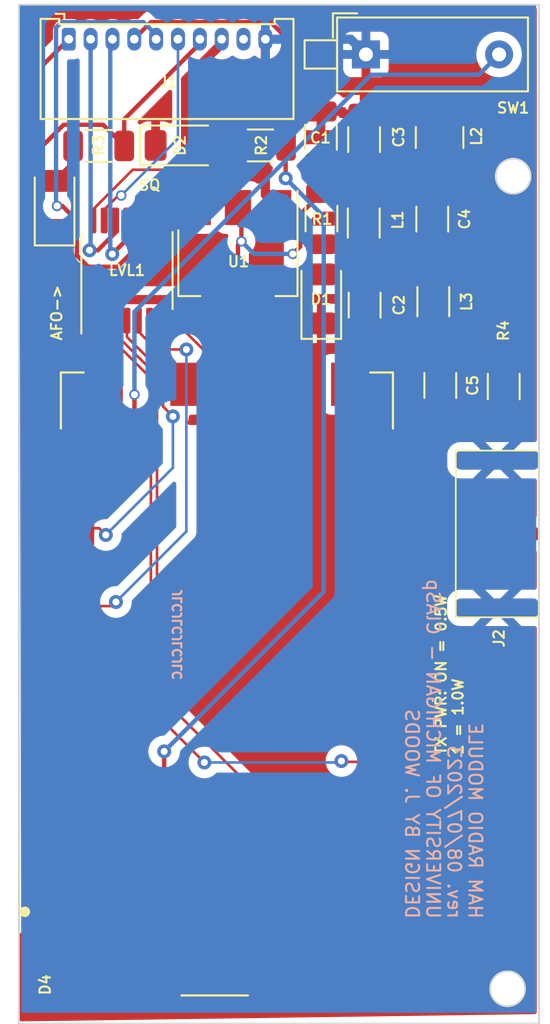
<source format=kicad_pcb>
(kicad_pcb (version 20240108) (generator "pcbnew") (generator_version "8.0")
  (layers (0 "F.Cu" signal) (31 "B.Cu" signal) (34 "B.Paste" user) (35 "F.Paste" user) (36 "B.SilkS" user "B.Silkscreen") (37 "F.SilkS" user "F.Silkscreen") (38 "B.Mask" user) (39 "F.Mask" user) (44 "Edge.Cuts" user))
  (net 0 "")
  (net 1 "+3.3V")
  (net 2 "GND")
  (net 3 "Net-(D4-ANT)")
  (net 4 "Net-(C3-Pad1)")
  (net 5 "Net-(C4-Pad1)")
  (net 6 "Net-(J2-In)")
  (net 7 "Net-(D1-A)")
  (net 8 "Net-(D2-A)")
  (net 9 "Net-(D3-A)")
  (net 10 "Net-(D4-SQ)")
  (net 11 "Net-(D4-AF_OUT)")
  (net 12 "Net-(D4-PTT)")
  (net 13 "Net-(D4-PD)")
  (net 14 "Net-(D4-H{slash}L)")
  (net 15 "Net-(D4-RXD)")
  (net 16 "Net-(D4-TXD)")
  (net 17 "Net-(D4-MIC_IN)")
  (net 18 "Net-(J1-CTS)")
  (net 19 "Net-(J1-RTS)")
  (net 20 "Net-(J1-RI)")
  (net 21 "Net-(J1-TX)")
  (net 22 "+5V")
  (footprint "Resistor_SMD:R_1206_3216Metric" (layer "F.Cu") (at 21.2625 20.55)
    (property "Reference" "R3" (at -0.0075 -0.03 90) (layer "F.SilkS") (effects (font (size 0.6 0.6) (thickness 0.12))))
    (property "Value" "Resistor")
    (fp_line (start -0.727064 -0.91) (end 0.727064 -0.91) (stroke (width 0.12)) (layer "F.SilkS"))
    (fp_line (start -0.727064 0.91) (end 0.727064 0.91) (stroke (width 0.12)) (layer "F.SilkS"))
    (pad "1" smd roundrect (at -1.4625 0) (size 1.125 1.75) (layers "F.Cu" "F.Paste" "F.Mask") (roundrect_rratio 0.2222222222) (net 9 "Net-(D3-A)"))
    (pad "2" smd roundrect (at 1.4625 0) (size 1.125 1.75) (layers "F.Cu" "F.Paste" "F.Mask") (roundrect_rratio 0.2222222222) (net 11 "Net-(D4-AF_OUT)"))
  )
  (footprint "Resistor_SMD:R_1206_3216Metric" (layer "F.Cu") (at 44.44 34.3 90)
    (property "Reference" "R4" (at 3.19 -0.02 90) (layer "F.SilkS") (effects (font (size 0.6 0.6) (thickness 0.12))))
    (property "Value" "50 ohm")
    (fp_line (start -0.727064 -0.91) (end 0.727064 -0.91) (stroke (width 0.12)) (layer "F.SilkS"))
    (fp_line (start -0.727064 0.91) (end 0.727064 0.91) (stroke (width 0.12)) (layer "F.SilkS"))
    (pad "1" smd roundrect (at -1.4625 0 90) (size 1.125 1.75) (layers "F.Cu" "F.Paste" "F.Mask") (roundrect_rratio 0.2222222222) (net 6 "Net-(J2-In)"))
    (pad "2" smd roundrect (at 1.4625 0 90) (size 1.125 1.75) (layers "F.Cu" "F.Paste" "F.Mask") (roundrect_rratio 0.2222222222) (net 2 "GND"))
  )
  (footprint "Resistor_SMD:R_1206_3216Metric" (layer "F.Cu") (at 34.01 24.7025 90)
    (property "Reference" "R1" (at -0.03 0.03 180) (layer "F.SilkS") (effects (font (size 0.6 0.6) (thickness 0.12))))
    (property "Value" "Resistor")
    (fp_line (start -0.727064 -0.91) (end 0.727064 -0.91) (stroke (width 0.12)) (layer "F.SilkS"))
    (fp_line (start -0.727064 0.91) (end 0.727064 0.91) (stroke (width 0.12)) (layer "F.SilkS"))
    (pad "1" smd roundrect (at -1.4625 0 90) (size 1.125 1.75) (layers "F.Cu" "F.Paste" "F.Mask") (roundrect_rratio 0.2222222222) (net 7 "Net-(D1-A)"))
    (pad "2" smd roundrect (at 1.4625 0 90) (size 1.125 1.75) (layers "F.Cu" "F.Paste" "F.Mask") (roundrect_rratio 0.2222222222) (net 1 "+3.3V"))
  )
  (footprint "Inductor_SMD:L_1210_3225Metric" (layer "F.Cu") (at 40.77 20.07 -90)
    (property "Reference" "L2" (at -0.07 -2.11 90) (layer "F.SilkS") (effects (font (size 0.6 0.6) (thickness 0.12))))
    (property "Value" "68 nH")
    (fp_line (start -0.602064 1.36) (end 0.602064 1.36) (stroke (width 0.12)) (layer "F.SilkS"))
    (fp_line (start -0.602064 -1.36) (end 0.602064 -1.36) (stroke (width 0.12)) (layer "F.SilkS"))
    (pad "1" smd roundrect (at -1.4 0 270) (size 1.25 2.65) (layers "F.Cu" "F.Paste" "F.Mask") (roundrect_rratio 0.2) (net 4 "Net-(C3-Pad1)"))
    (pad "2" smd roundrect (at 1.4 0 270) (size 1.25 2.65) (layers "F.Cu" "F.Paste" "F.Mask") (roundrect_rratio 0.2) (net 5 "Net-(C4-Pad1)"))
  )
  (footprint "Tracker Custom Library:DORJI_DRA818V" (layer "F.Cu") (at 28.6 51.295 90)
    (property "Reference" "D4" (at -17.185 -10.4 90) (layer "F.SilkS") (effects (font (size 0.6 0.6) (thickness 0.12))))
    (property "Value" "~")
    (fp_line (start 17.8 -9.5) (end 17.8 -8.2) (stroke (width 0.127)) (layer "F.SilkS"))
    (fp_line (start 14.6 -9.5) (end 17.8 -9.5) (stroke (width 0.127)) (layer "F.SilkS"))
    (fp_line (start -17.8 -2.6) (end -17.8 1.2) (stroke (width 0.127)) (layer "F.SilkS"))
    (fp_line (start 17.8 8.2) (end 17.8 9.5) (stroke (width 0.127)) (layer "F.SilkS"))
    (fp_line (start 17.8 9.5) (end 14.6 9.5) (stroke (width 0.127)) (layer "F.SilkS"))
    (fp_circle (center -13.02 -11.56) (end -12.87 -11.56) (stroke (width 0.3)) (fill none) (layer "F.SilkS"))
    (pad "1" smd rect (at -13.35 -8.825 180) (size 2.47 1.88) (layers "F.Cu" "F.Paste" "F.Mask") (net 10 "Net-(D4-SQ)"))
    (pad "2" smd rect (at -8.9 -8.825 180) (size 2.47 1.88) (layers "F.Cu" "F.Paste" "F.Mask"))
    (pad "3" smd rect (at -4.45 -8.825 180) (size 2.47 1.88) (layers "F.Cu" "F.Paste" "F.Mask") (net 11 "Net-(D4-AF_OUT)"))
    (pad "4" smd rect (at 0 -8.825 180) (size 2.47 1.88) (layers "F.Cu" "F.Paste" "F.Mask"))
    (pad "5" smd rect (at 4.45 -8.825 180) (size 2.47 1.88) (layers "F.Cu" "F.Paste" "F.Mask") (net 12 "Net-(D4-PTT)"))
    (pad "6" smd rect (at 8.9 -8.825 180) (size 2.47 1.88) (layers "F.Cu" "F.Paste" "F.Mask") (net 13 "Net-(D4-PD)"))
    (pad "7" smd rect (at 13.35 -8.825 180) (size 2.47 1.88) (layers "F.Cu" "F.Paste" "F.Mask") (net 14 "Net-(D4-H{slash}L)"))
    (pad "8" smd rect (at 17.125 -6.9 90) (size 2.47 1.88) (layers "F.Cu" "F.Paste" "F.Mask") (net 1 "+3.3V"))
    (pad "9" smd rect (at 17.125 -2.3 90) (size 2.47 1.88) (layers "F.Cu" "F.Paste" "F.Mask") (net 2 "GND"))
    (pad "10" smd rect (at 17.125 2.3 90) (size 2.47 1.88) (layers "F.Cu" "F.Paste" "F.Mask") (net 2 "GND"))
    (pad "11" smd rect (at 17.125 6.9 90) (size 2.47 1.88) (layers "F.Cu" "F.Paste" "F.Mask"))
    (pad "12" smd rect (at 13.35 8.825) (size 2.47 1.88) (layers "F.Cu" "F.Paste" "F.Mask") (net 3 "Net-(D4-ANT)"))
    (pad "13" smd rect (at 8.9 8.825) (size 2.47 1.88) (layers "F.Cu" "F.Paste" "F.Mask"))
    (pad "14" smd rect (at 4.45 8.825 180) (size 2.47 1.88) (layers "F.Cu" "F.Paste" "F.Mask"))
    (pad "15" smd rect (at 0 8.825 180) (size 2.47 1.88) (layers "F.Cu" "F.Paste" "F.Mask"))
    (pad "16" smd rect (at -4.45 8.825 180) (size 2.47 1.88) (layers "F.Cu" "F.Paste" "F.Mask") (net 15 "Net-(D4-RXD)"))
    (pad "17" smd rect (at -8.9 8.825 180) (size 2.47 1.88) (layers "F.Cu" "F.Paste" "F.Mask") (net 16 "Net-(D4-TXD)"))
    (pad "18" smd rect (at -13.35 8.825 180) (size 2.47 1.88) (layers "F.Cu" "F.Paste" "F.Mask") (net 17 "Net-(D4-MIC_IN)"))
    (pad "P2" smd rect (at -17.125 -6.2 180) (size 6.6 1.8) (layers "F.Cu" "F.Paste" "F.Mask"))
    (pad "P3" smd rect (at -17.125 5.5 180) (size 8 1.8) (layers "F.Cu" "F.Paste" "F.Mask"))
    (zone (net 0) (net_name "") (layer "F.Cu") (connect_pads (clearance 0)) (min_thickness 0.01)
      (keepout (tracks not_allowed) (vias not_allowed) (pads not_allowed) (copperpour not_allowed) (footprints allowed))
      (fill (thermal_gap 0.508) (thermal_bridge_width 0.508))
      (polygon (pts (xy 24.85 44.48475) (xy 24.85 36.495) (xy 31.10377 36.495) (xy 31.10377 44.48475)))
    )
  )
  (footprint "LED_SMD:LED_1206_3216Metric" (layer "F.Cu") (at 25.92 20.52)
    (property "Reference" "D2" (at 0 0 90) (layer "F.SilkS") (effects (font (size 0.6 0.6) (thickness 0.12))))
    (property "Value" "SQUELCH")
    (fp_line (start -2.285 -1.135) (end -2.285 1.135) (stroke (width 0.12)) (layer "F.SilkS"))
    (fp_line (start -2.285 1.135) (end 1.6 1.135) (stroke (width 0.12)) (layer "F.SilkS"))
    (fp_line (start 1.6 -1.135) (end -2.285 -1.135) (stroke (width 0.12)) (layer "F.SilkS"))
    (pad "1" smd roundrect (at -1.4 0) (size 1.25 1.75) (layers "F.Cu" "F.Paste" "F.Mask") (roundrect_rratio 0.2) (net 2 "GND"))
    (pad "2" smd roundrect (at 1.4 0) (size 1.25 1.75) (layers "F.Cu" "F.Paste" "F.Mask") (roundrect_rratio 0.2) (net 8 "Net-(D2-A)"))
  )
  (footprint "LED_SMD:LED_1206_3216Metric" (layer "F.Cu") (at 34 29.29 90)
    (property "Reference" "D1" (at -0.02 -0.02 180) (layer "F.SilkS") (effects (font (size 0.6 0.6) (thickness 0.12) (bold yes))))
    (property "Value" "3.3V LDO")
    (fp_line (start 1.6 -1.135) (end -2.285 -1.135) (stroke (width 0.12)) (layer "F.SilkS"))
    (fp_line (start -2.285 -1.135) (end -2.285 1.135) (stroke (width 0.12)) (layer "F.SilkS"))
    (fp_line (start -2.285 1.135) (end 1.6 1.135) (stroke (width 0.12)) (layer "F.SilkS"))
    (pad "1" smd roundrect (at -1.4 0 90) (size 1.25 1.75) (layers "F.Cu" "F.Paste" "F.Mask") (roundrect_rratio 0.2) (net 2 "GND"))
    (pad "2" smd roundrect (at 1.4 0 90) (size 1.25 1.75) (layers "F.Cu" "F.Paste" "F.Mask") (roundrect_rratio 0.2) (net 7 "Net-(D1-A)"))
  )
  (footprint "Inductor_SMD:L_1206_3216Metric" (layer "F.Cu") (at 40.41 29.45 -90)
    (property "Reference" "L3" (at 0 -1.9 90) (layer "F.SilkS") (effects (font (size 0.6 0.6) (thickness 0.12))))
    (property "Value" "56 nH")
    (fp_line (start -0.835242 0.91) (end 0.835242 0.91) (stroke (width 0.12)) (layer "F.SilkS"))
    (fp_line (start -0.835242 -0.91) (end 0.835242 -0.91) (stroke (width 0.12)) (layer "F.SilkS"))
    (pad "1" smd roundrect (at -1.575 0 270) (size 1.05 1.9) (layers "F.Cu" "F.Paste" "F.Mask") (roundrect_rratio 0.2380952381) (net 5 "Net-(C4-Pad1)"))
    (pad "2" smd roundrect (at 1.575 0 270) (size 1.05 1.9) (layers "F.Cu" "F.Paste" "F.Mask") (roundrect_rratio 0.2380952381) (net 6 "Net-(J2-In)"))
  )
  (footprint "LED_SMD:LED_1206_3216Metric" (layer "F.Cu") (at 18.74 23.95 90)
    (property "Reference" "D3" (hide yes))
    (property "Value" "AF_OUT")
    (fp_line (start 1.6 -1.135) (end -2.285 -1.135) (stroke (width 0.12)) (layer "F.SilkS"))
    (fp_line (start -2.285 -1.135) (end -2.285 1.135) (stroke (width 0.12)) (layer "F.SilkS"))
    (fp_line (start -2.285 1.135) (end 1.6 1.135) (stroke (width 0.12)) (layer "F.SilkS"))
    (pad "1" smd roundrect (at -1.4 0 90) (size 1.25 1.75) (layers "F.Cu" "F.Paste" "F.Mask") (roundrect_rratio 0.2) (net 2 "GND"))
    (pad "2" smd roundrect (at 1.4 0 90) (size 1.25 1.75) (layers "F.Cu" "F.Paste" "F.Mask") (roundrect_rratio 0.2) (net 9 "Net-(D3-A)"))
  )
  (footprint "Inductor_SMD:L_1206_3216Metric" (layer "F.Cu") (at 36.43 24.955 90)
    (property "Reference" "L1" (at 0.17 1.945 90) (layer "F.SilkS") (effects (font (size 0.6 0.6) (thickness 0.12))))
    (property "Value" "56 nH")
    (fp_line (start -0.835242 -0.91) (end 0.835242 -0.91) (stroke (width 0.12)) (layer "F.SilkS"))
    (fp_line (start -0.835242 0.91) (end 0.835242 0.91) (stroke (width 0.12)) (layer "F.SilkS"))
    (pad "1" smd roundrect (at -1.575 0 90) (size 1.05 1.9) (layers "F.Cu" "F.Paste" "F.Mask") (roundrect_rratio 0.2380952381) (net 3 "Net-(D4-ANT)"))
    (pad "2" smd roundrect (at 1.575 0 90) (size 1.05 1.9) (layers "F.Cu" "F.Paste" "F.Mask") (roundrect_rratio 0.2380952381) (net 4 "Net-(C3-Pad1)"))
  )
  (footprint "Capacitor_SMD:C_1206_3216Metric" (layer "F.Cu") (at 40.81 34.24 -90)
    (property "Reference" "C5" (at 0 -1.85 90) (layer "F.SilkS") (effects (font (size 0.6 0.6) (thickness 0.12))))
    (property "Value" "20 pF")
    (fp_line (start -0.711252 0.91) (end 0.711252 0.91) (stroke (width 0.12)) (layer "F.SilkS"))
    (fp_line (start -0.711252 -0.91) (end 0.711252 -0.91) (stroke (width 0.12)) (layer "F.SilkS"))
    (pad "1" smd roundrect (at -1.475 0 270) (size 1.15 1.8) (layers "F.Cu" "F.Paste" "F.Mask") (roundrect_rratio 0.2173913043) (net 6 "Net-(J2-In)"))
    (pad "2" smd roundrect (at 1.475 0 270) (size 1.15 1.8) (layers "F.Cu" "F.Paste" "F.Mask") (roundrect_rratio 0.2173913043) (net 2 "GND"))
  )
  (footprint "Button_Switch_THT:SW_DIP_SPSTx01_Piano_10.8x4.1mm_W7.62mm_P2.54mm" (layer "F.Cu") (at 36.555 15.32)
    (property "Reference" "SW1" (at 8.425 3.06 0) (layer "F.SilkS") (effects (font (size 0.6 0.6) (thickness 0.12))))
    (property "Value" "SW_DIP_x01")
    (fp_line (start -3.51 -0.81) (end -3.51 0.81) (stroke (width 0.12)) (layer "F.SilkS"))
    (fp_line (start -3.51 -0.81) (end -1.65 -0.81) (stroke (width 0.12)) (layer "F.SilkS"))
    (fp_line (start -3.51 0.81) (end -1.65 0.81) (stroke (width 0.12)) (layer "F.SilkS"))
    (fp_line (start -1.89 -2.35) (end -1.89 -0.967) (stroke (width 0.12)) (layer "F.SilkS"))
    (fp_line (start -1.89 -2.35) (end -0.507 -2.35) (stroke (width 0.12)) (layer "F.SilkS"))
    (fp_line (start -1.65 -2.11) (end -1.65 2.11) (stroke (width 0.12)) (layer "F.SilkS"))
    (fp_line (start -1.65 -2.11) (end 9.27 -2.11) (stroke (width 0.12)) (layer "F.SilkS"))
    (fp_line (start -1.65 -0.81) (end -1.65 0.81) (stroke (width 0.12)) (layer "F.SilkS"))
    (fp_line (start -1.65 2.11) (end 9.27 2.11) (stroke (width 0.12)) (layer "F.SilkS"))
    (fp_line (start 9.27 -2.11) (end 9.27 2.11) (stroke (width 0.12)) (layer "F.SilkS"))
    (pad "1" thru_hole rect (at 0 0) (size 1.6 1.6) (drill 0.8) (layers "*.Cu" "*.Mask") (net 2 "GND"))
    (pad "2" thru_hole oval (at 7.62 0) (size 1.6 1.6) (drill 0.8) (layers "*.Cu" "*.Mask") (net 14 "Net-(D4-H{slash}L)"))
  )
  (footprint "Capacitor_SMD:C_1206_3216Metric" (layer "F.Cu") (at 40.35 24.73 -90)
    (property "Reference" "C4" (at 0 -1.85 90) (layer "F.SilkS") (effects (font (size 0.6 0.6) (thickness 0.12))))
    (property "Value" "36 pF")
    (fp_line (start -0.711252 0.91) (end 0.711252 0.91) (stroke (width 0.12)) (layer "F.SilkS"))
    (fp_line (start -0.711252 -0.91) (end 0.711252 -0.91) (stroke (width 0.12)) (layer "F.SilkS"))
    (pad "1" smd roundrect (at -1.475 0 270) (size 1.15 1.8) (layers "F.Cu" "F.Paste" "F.Mask") (roundrect_rratio 0.2173913043) (net 5 "Net-(C4-Pad1)"))
    (pad "2" smd roundrect (at 1.475 0 270) (size 1.15 1.8) (layers "F.Cu" "F.Paste" "F.Mask") (roundrect_rratio 0.2173913043) (net 2 "GND"))
  )
  (footprint "Package_TO_SOT_SMD:SOT-223-3_TabPin2" (layer "F.Cu") (at 29.23 27.22 -90)
    (property "Reference" "U1" (at -0.06 -0.03 180) (layer "F.SilkS") (effects (font (size 0.6 0.6) (thickness 0.12))))
    (property "Value" "LD1117S33TR_SOT223")
    (fp_line (start -1.85 3.41) (end 1.91 3.41) (stroke (width 0.12)) (layer "F.SilkS"))
    (fp_line (start 1.91 3.41) (end 1.91 2.15) (stroke (width 0.12)) (layer "F.SilkS"))
    (fp_line (start -4.1 -3.41) (end 1.91 -3.41) (stroke (width 0.12)) (layer "F.SilkS"))
    (fp_line (start 1.91 -3.41) (end 1.91 -2.15) (stroke (width 0.12)) (layer "F.SilkS"))
    (pad "1" smd rect (at -3.15 -2.3 270) (size 2 1.5) (layers "F.Cu" "F.Paste" "F.Mask") (net 2 "GND"))
    (pad "2" smd rect (at -3.15 0 270) (size 2 1.5) (layers "F.Cu" "F.Paste" "F.Mask") (net 1 "+3.3V"))
    (pad "2" smd rect (at 3.15 0 270) (size 2 3.8) (layers "F.Cu" "F.Paste" "F.Mask") (net 1 "+3.3V"))
    (pad "3" smd rect (at -3.15 2.3 270) (size 2 1.5) (layers "F.Cu" "F.Paste" "F.Mask") (net 22 "+5V"))
  )
  (footprint "Package_SO:TSSOP-14_4.4x5mm_P0.65mm" (layer "F.Cu") (at 22.88 27.67 90)
    (property "Reference" "LVL1" (at 0.01 0 180) (layer "F.SilkS") (effects (font (size 0.6 0.6) (thickness 0.12))))
    (property "Value" "TXU0104BQAR")
    (fp_line (start 0 -2.61) (end 2.2 -2.61) (stroke (width 0.12)) (layer "F.SilkS"))
    (fp_line (start 0 -2.61) (end -3.6 -2.61) (stroke (width 0.12)) (layer "F.SilkS"))
    (fp_line (start 0 2.61) (end 2.2 2.61) (stroke (width 0.12)) (layer "F.SilkS"))
    (fp_line (start 0 2.61) (end -2.2 2.61) (stroke (width 0.12)) (layer "F.SilkS"))
    (pad "1" smd roundrect (at -2.8625 -1.95 90) (size 1.475 0.4) (layers "F.Cu" "F.Paste" "F.Mask") (net 1 "+3.3V"))
    (pad "2" smd roundrect (at -2.8625 -1.3 90) (size 1.475 0.4) (layers "F.Cu" "F.Paste" "F.Mask") (net 15 "Net-(D4-RXD)"))
    (pad "3" smd roundrect (at -2.8625 -0.65 90) (size 1.475 0.4) (layers "F.Cu" "F.Paste" "F.Mask") (net 17 "Net-(D4-MIC_IN)"))
    (pad "4" smd roundrect (at -2.8625 0 90) (size 1.475 0.4) (layers "F.Cu" "F.Paste" "F.Mask") (net 13 "Net-(D4-PD)"))
    (pad "5" smd roundrect (at -2.8625 0.65 90) (size 1.475 0.4) (layers "F.Cu" "F.Paste" "F.Mask") (net 12 "Net-(D4-PTT)"))
    (pad "6" smd roundrect (at -2.8625 1.3 90) (size 1.475 0.4) (layers "F.Cu" "F.Paste" "F.Mask"))
    (pad "7" smd roundrect (at -2.8625 1.95 90) (size 1.475 0.4) (layers "F.Cu" "F.Paste" "F.Mask") (net 2 "GND"))
    (pad "8" smd roundrect (at 2.8625 1.95 90) (size 1.475 0.4) (layers "F.Cu" "F.Paste" "F.Mask") (net 22 "+5V"))
    (pad "9" smd roundrect (at 2.8625 1.3 90) (size 1.475 0.4) (layers "F.Cu" "F.Paste" "F.Mask"))
    (pad "10" smd roundrect (at 2.8625 0.65 90) (size 1.475 0.4) (layers "F.Cu" "F.Paste" "F.Mask") (net 20 "Net-(J1-RI)"))
    (pad "11" smd roundrect (at 2.8625 0 90) (size 1.475 0.4) (layers "F.Cu" "F.Paste" "F.Mask") (net 19 "Net-(J1-RTS)"))
    (pad "12" smd roundrect (at 2.8625 -0.65 90) (size 1.475 0.4) (layers "F.Cu" "F.Paste" "F.Mask") (net 18 "Net-(J1-CTS)"))
    (pad "13" smd roundrect (at 2.8625 -1.3 90) (size 1.475 0.4) (layers "F.Cu" "F.Paste" "F.Mask") (net 21 "Net-(J1-TX)"))
    (pad "14" smd roundrect (at 2.8625 -1.95 90) (size 1.475 0.4) (layers "F.Cu" "F.Paste" "F.Mask") (net 22 "+5V"))
  )
  (footprint "Tracker Custom Library:Molex SMA Edge Mount" (layer "F.Cu") (at 41.695 37.96 90)
    (property "Reference" "J2" (at -10.73 2.475 90) (layer "F.SilkS") (effects (font (size 0.6 0.6) (thickness 0.12))))
    (property "Value" "Conn_Coaxial")
    (fp_rect (start 0 0) (end -9.525 4.75) (stroke (width 0.1)) (fill none) (layer "F.SilkS"))
    (pad "1" smd roundrect (at -4.7625 2.3625 180) (size 4.725 0.825) (layers "F.Cu" "F.Paste" "F.Mask") (net 6 "Net-(J2-In)"))
    (pad "2" smd roundrect (at -8.9875 2.3625 180) (size 4.725 1.075) (layers "F.Cu" "F.Paste" "F.Mask") (net 2 "GND"))
    (pad "2" smd roundrect (at -8.9875 2.3625 180) (size 4.725 1.075) (layers "B.Cu" "F.Paste" "F.Mask") (net 2 "GND"))
    (pad "2" smd roundrect (at -0.55 2.375 180) (size 4.725 1.075) (layers "F.Cu" "F.Paste" "F.Mask") (net 2 "GND"))
    (pad "2" smd roundrect (at -0.55 2.375 180) (size 4.725 1.075) (layers "B.Cu" "F.Paste" "F.Mask") (net 2 "GND"))
  )
  (footprint "Capacitor_SMD:C_1206_3216Metric" (layer "F.Cu") (at 36.48 29.645 90)
    (property "Reference" "C2" (at 0 1.97 90) (layer "F.SilkS") (effects (font (size 0.6 0.6) (thickness 0.12))))
    (property "Value" "20 pF")
    (fp_line (start -0.711252 -0.91) (end 0.711252 -0.91) (stroke (width 0.12)) (layer "F.SilkS"))
    (fp_line (start -0.711252 0.91) (end 0.711252 0.91) (stroke (width 0.12)) (layer "F.SilkS"))
    (pad "1" smd roundrect (at -1.475 0 90) (size 1.15 1.8) (layers "F.Cu" "F.Paste" "F.Mask") (roundrect_rratio 0.2173913043) (net 3 "Net-(D4-ANT)"))
    (pad "2" smd roundrect (at 1.475 0 90) (size 1.15 1.8) (layers "F.Cu" "F.Paste" "F.Mask") (roundrect_rratio 0.2173913043) (net 2 "GND"))
  )
  (footprint "Connector_Molex:Molex_PicoBlade_53048-1010_1x10_P1.25mm_Horizontal" (layer "F.Cu") (at 19.55 14.45)
    (property "Reference" "J1" (at 5.7 2.44 0) (layer "F.SilkS") (effects (font (size 0.6 0.6) (thickness 0.12))))
    (property "Value" "10 Pin PicoBlade MOLEX")
    (fp_line (start -1.61 -1.16) (end -1.61 4.56) (stroke (width 0.12)) (layer "F.SilkS"))
    (fp_line (start -1.61 4.56) (end 5.625 4.56) (stroke (width 0.12)) (layer "F.SilkS"))
    (fp_line (start -0.54 -1.16) (end -1.61 -1.16) (stroke (width 0.12)) (layer "F.SilkS"))
    (fp_line (start -0.54 -0.86) (end -0.54 -1.16) (stroke (width 0.12)) (layer "F.SilkS"))
    (fp_line (start -0.25 -1.45) (end -0.75 -1.45) (stroke (width 0.12)) (layer "F.SilkS"))
    (fp_line (start -0.25 -1.15) (end -0.25 -1.45) (stroke (width 0.12)) (layer "F.SilkS"))
    (fp_line (start 5.625 -0.86) (end -0.54 -0.86) (stroke (width 0.12)) (layer "F.SilkS"))
    (fp_line (start 5.625 -0.86) (end 11.79 -0.86) (stroke (width 0.12)) (layer "F.SilkS"))
    (fp_line (start 11.79 -1.16) (end 12.86 -1.16) (stroke (width 0.12)) (layer "F.SilkS"))
    (fp_line (start 11.79 -0.86) (end 11.79 -1.16) (stroke (width 0.12)) (layer "F.SilkS"))
    (fp_line (start 12.86 -1.16) (end 12.86 4.56) (stroke (width 0.12)) (layer "F.SilkS"))
    (fp_line (start 12.86 4.56) (end 5.625 4.56) (stroke (width 0.12)) (layer "F.SilkS"))
    (pad "1" thru_hole roundrect (at 0 0) (size 0.8 1.3) (drill 0.5) (layers "*.Cu" "*.Mask") (net 16 "Net-(D4-TXD)"))
    (pad "2" thru_hole oval (at 1.25 0) (size 0.8 1.3) (drill 0.5) (layers "*.Cu" "*.Mask") (net 18 "Net-(J1-CTS)"))
    (pad "3" thru_hole oval (at 2.5 0) (size 0.8 1.3) (drill 0.5) (layers "*.Cu" "*.Mask") (net 19 "Net-(J1-RTS)"))
    (pad "4" thru_hole oval (at 3.75 0) (size 0.8 1.3) (drill 0.5) (layers "*.Cu" "*.Mask") (net 10 "Net-(D4-SQ)"))
    (pad "5" thru_hole oval (at 5 0) (size 0.8 1.3) (drill 0.5) (layers "*.Cu" "*.Mask") (net 20 "Net-(J1-RI)"))
    (pad "6" thru_hole oval (at 6.25 0) (size 0.8 1.3) (drill 0.5) (layers "*.Cu" "*.Mask") (net 21 "Net-(J1-TX)"))
    (pad "7" thru_hole oval (at 7.5 0) (size 0.8 1.3) (drill 0.5) (layers "*.Cu" "*.Mask") (net 11 "Net-(D4-AF_OUT)"))
    (pad "8" thru_hole oval (at 8.75 0) (size 0.8 1.3) (drill 0.5) (layers "*.Cu" "*.Mask") (net 22 "+5V"))
    (pad "9" thru_hole oval (at 10 0) (size 0.8 1.3) (drill 0.5) (layers "*.Cu" "*.Mask"))
    (pad "10" thru_hole oval (at 11.25 0) (size 0.8 1.3) (drill 0.5) (layers "*.Cu" "*.Mask") (net 2 "GND"))
  )
  (footprint "Capacitor_SMD:C_1206_3216Metric" (layer "F.Cu") (at 33.98 20.055 90)
    (property "Reference" "C1" (at -0.03 -0.03 180) (layer "F.SilkS") (effects (font (size 0.6 0.6) (thickness 0.12))))
    (property "Value" "Capacitor")
    (fp_line (start -0.711252 -0.91) (end 0.711252 -0.91) (stroke (width 0.12)) (layer "F.SilkS"))
    (fp_line (start -0.711252 0.91) (end 0.711252 0.91) (stroke (width 0.12)) (layer "F.SilkS"))
    (pad "1" smd roundrect (at -1.475 0 90) (size 1.15 1.8) (layers "F.Cu" "F.Paste" "F.Mask") (roundrect_rratio 0.2173913043) (net 1 "+3.3V"))
    (pad "2" smd roundrect (at 1.475 0 90) (size 1.15 1.8) (layers "F.Cu" "F.Paste" "F.Mask") (roundrect_rratio 0.2173913043) (net 2 "GND"))
  )
  (footprint "Resistor_SMD:R_1206_3216Metric" (layer "F.Cu") (at 30.52 20.52)
    (property "Reference" "R2" (at 0.05 0 90) (layer "F.SilkS") (effects (font (size 0.6 0.6) (thickness 0.12))))
    (property "Value" "Resistor")
    (fp_line (start -0.727064 -0.91) (end 0.727064 -0.91) (stroke (width 0.12)) (layer "F.SilkS"))
    (fp_line (start -0.727064 0.91) (end 0.727064 0.91) (stroke (width 0.12)) (layer "F.SilkS"))
    (pad "1" smd roundrect (at -1.4625 0) (size 1.125 1.75) (layers "F.Cu" "F.Paste" "F.Mask") (roundrect_rratio 0.2222222222) (net 8 "Net-(D2-A)"))
    (pad "2" smd roundrect (at 1.4625 0) (size 1.125 1.75) (layers "F.Cu" "F.Paste" "F.Mask") (roundrect_rratio 0.2222222222) (net 10 "Net-(D4-SQ)"))
  )
  (footprint "Capacitor_SMD:C_1206_3216Metric" (layer "F.Cu") (at 36.45 20.185 90)
    (property "Reference" "C3" (at 0.14 1.98 90) (layer "F.SilkS") (effects (font (size 0.6 0.6) (thickness 0.12))))
    (property "Value" "36 pF")
    (fp_line (start -0.711252 -0.91) (end 0.711252 -0.91) (stroke (width 0.12)) (layer "F.SilkS"))
    (fp_line (start -0.711252 0.91) (end 0.711252 0.91) (stroke (width 0.12)) (layer "F.SilkS"))
    (pad "1" smd roundrect (at -1.475 0 90) (size 1.15 1.8) (layers "F.Cu" "F.Paste" "F.Mask") (roundrect_rratio 0.2173913043) (net 4 "Net-(C3-Pad1)"))
    (pad "2" smd roundrect (at 1.475 0 90) (size 1.15 1.8) (layers "F.Cu" "F.Paste" "F.Mask") (roundrect_rratio 0.2173913043) (net 2 "GND"))
  )
  (gr_circle (center 44.98 22.28) (end 44.98 23.28) (stroke (width 0.1)) (fill none) (layer "Edge.Cuts"))
  (gr_circle (center 44.66 68.71) (end 44.66 69.71) (stroke (width 0.1)) (fill none) (layer "Edge.Cuts"))
  (gr_rect (start 16.7 12.48) (end 46.46 70.7) (stroke (width 0.1)) (fill none) (layer "Edge.Cuts"))
  (gr_text "JLCJLCJLCJLC" (at 26.06 45.82 90) (layer "B.SilkS") (effects (font (size 0.5 0.5) (thickness 0.125) (bold yes)) (justify left bottom mirror)))
  (gr_text "HAM RADIO MODULE\nrev. 08/07/2023\nUNIVERSITY OF MICHIGAN - ClASp\nDESIGN BY J. WOODS" (at 38.75 64.78 270) (layer "B.SilkS") (effects (font (size 0.75 0.75) (thickness 0.12)) (justify left bottom mirror)))
  (gr_text "TX PWR: ON = 0.5W \n1 = 1.0W" (at 42.17 55.41 90) (layer "F.SilkS") (effects (font (size 0.6 0.6) (thickness 0.12) (bold yes)) (justify left bottom)))
  (gr_text "AFO->" (at 19.21 31.73 90) (layer "F.SilkS") (effects (font (size 0.6 0.6) (thickness 0.12) (bold yes)) (justify left bottom)))
  (gr_text "SQ" (at 23.5 23.14 0) (layer "F.SilkS") (effects (font (size 0.6 0.6) (thickness 0.12)) (justify left bottom)))
  (segment (start 20.93 30.5325) (end 20.93 29.649506) (width 0.151) (layer "F.Cu") (net 1))
  (segment (start 34.01 23.24) (end 32.8 24.45) (width 0.25) (layer "F.Cu") (net 1))
  (segment (start 29.43 26) (end 29.23 26.2) (width 0.25) (layer "F.Cu") (net 1))
  (segment (start 20.93 29.649506) (end 20.934753 29.644753) (width 0.151) (layer "F.Cu") (net 1))
  (segment (start 32.8 24.45) (end 32.8 26.29) (width 0.25) (layer "F.Cu") (net 1))
  (segment (start 32.8 26.29) (end 32.37 26.72) (width 0.25) (layer "F.Cu") (net 1))
  (segment (start 29.23 26.2) (end 29.23 30.37) (width 0.25) (layer "F.Cu") (net 1))
  (segment (start 29.43 26) (end 29.43 24.27) (width 0.25) (layer "F.Cu") (net 1))
  (segment (start 20.934753 29.644753) (end 20.43 30.149505) (width 0.525) (layer "F.Cu") (net 1))
  (segment (start 20.43 32.9) (end 21.7 34.17) (width 0.525) (layer "F.Cu") (net 1))
  (segment (start 33.98 21.53) (end 33.98 23.21) (width 0.25) (layer "F.Cu") (net 1))
  (segment (start 20.43 30.149505) (end 20.43 32.9) (width 0.525) (layer "F.Cu") (net 1))
  (segment (start 29.23 30.37) (end 28.1925 29.3325) (width 0.525) (layer "F.Cu") (net 1))
  (segment (start 29.43 24.27) (end 29.23 24.07) (width 0.25) (layer "F.Cu") (net 1))
  (segment (start 28.1925 29.3325) (end 21.247005 29.3325) (width 0.525) (layer "F.Cu") (net 1))
  (segment (start 21.247005 29.3325) (end 20.934753 29.644753) (width 0.525) (layer "F.Cu") (net 1))
  (segment (start 33.98 23.21) (end 34.01 23.24) (width 0.25) (layer "F.Cu") (net 1))
  (via (at 29.43 26) (size 0.6) (drill 0.4) (layers "F.Cu" "B.Cu") (net 1))
  (via (at 32.37 26.72) (size 0.6) (drill 0.4) (layers "F.Cu" "B.Cu") (net 1))
  (segment (start 30.15 26.72) (end 29.43 26) (width 0.25) (layer "B.Cu") (net 1))
  (segment (start 32.37 26.72) (end 30.15 26.72) (width 0.25) (layer "B.Cu") (net 1))
  (segment (start 29.225302 34.17) (end 30.9 34.17) (width 0.151) (layer "F.Cu") (net 2))
  (segment (start 25.587802 30.5325) (end 29.225302 34.17) (width 0.151) (layer "F.Cu") (net 2))
  (segment (start 30.9 34.17) (end 26.3 34.17) (width 0.151) (layer "F.Cu") (net 2))
  (segment (start 30.9 34.17) (end 31.5925 33.4775) (width 0.525) (layer "F.Cu") (net 2))
  (segment (start 31.5925 24.1325) (end 31.53 24.07) (width 0.525) (layer "F.Cu") (net 2))
  (segment (start 30.8 23.34) (end 31.53 24.07) (width 0.525) (layer "F.Cu") (net 2))
  (segment (start 31.5925 33.4775) (end 31.5925 24.1325) (width 0.525) (layer "F.Cu") (net 2))
  (segment (start 30.8 14.45) (end 30.8 23.34) (width 0.525) (layer "F.Cu") (net 2))
  (segment (start 24.83 30.5325) (end 25.587802 30.5325) (width 0.151) (layer "F.Cu") (net 2))
  (segment (start 35.685 14.45) (end 36.555 15.32) (width 0.525) (layer "B.Cu") (net 2))
  (segment (start 30.8 14.45) (end 35.685 14.45) (width 0.525) (layer "B.Cu") (net 2))
  (segment (start 37.425 32.065) (end 36.48 31.12) (width 0.25) (layer "F.Cu") (net 3))
  (segment (start 37.705 27.606827) (end 37.705 31.95) (width 0.25) (layer "F.Cu") (net 3))
  (segment (start 36.43 26.53) (end 36.628173 26.53) (width 0.25) (layer "F.Cu") (net 3))
  (segment (start 37.425 37.945) (end 37.425 32.065) (width 0.25) (layer "F.Cu") (net 3))
  (segment (start 36.628173 26.53) (end 37.705 27.606827) (width 0.25) (layer "F.Cu") (net 3))
  (segment (start 37.705 31.95) (end 37.425 32.23) (width 0.25) (layer "F.Cu") (net 3))
  (segment (start 39.44 18.67) (end 40.77 18.67) (width 0.25) (layer "F.Cu") (net 4))
  (segment (start 36.43 23.38) (end 36.43 21.68) (width 0.25) (layer "F.Cu") (net 4))
  (segment (start 36.45 21.66) (end 39.44 18.67) (width 0.25) (layer "F.Cu") (net 4))
  (segment (start 36.43 21.68) (end 36.45 21.66) (width 0.25) (layer "F.Cu") (net 4))
  (segment (start 39.125 24.48) (end 39.125 27.815) (width 0.25) (layer "F.Cu") (net 5))
  (segment (start 39.185 27.875) (end 40.41 27.875) (width 0.25) (layer "F.Cu") (net 5))
  (segment (start 40.77 22.835) (end 40.35 23.255) (width 0.25) (layer "F.Cu") (net 5))
  (segment (start 40.35 23.255) (end 39.125 24.48) (width 0.25) (layer "F.Cu") (net 5))
  (segment (start 39.125 27.815) (end 39.185 27.875) (width 0.25) (layer "F.Cu") (net 5))
  (segment (start 40.77 21.47) (end 40.77 22.835) (width 0.25) (layer "F.Cu") (net 5))
  (segment (start 40.3025 39.9775) (end 40.3025 37.8675) (width 0.25) (layer "F.Cu") (net 6))
  (segment (start 40.3025 37.8675) (end 41.555 36.615) (width 0.25) (layer "F.Cu") (net 6))
  (segment (start 41.4425 32.765) (end 44.44 35.7625) (width 0.25) (layer "F.Cu") (net 6))
  (segment (start 40.41 32.365) (end 40.81 32.765) (width 0.25) (layer "F.Cu") (net 6))
  (segment (start 40.41 31.025) (end 40.41 32.365) (width 0.25) (layer "F.Cu") (net 6))
  (segment (start 42.9775 42.6525) (end 40.3025 39.9775) (width 0.25) (layer "F.Cu") (net 6))
  (segment (start 40.81 32.765) (end 41.4425 32.765) (width 0.25) (layer "F.Cu") (net 6))
  (segment (start 41.555 36.615) (end 43.5875 36.615) (width 0.25) (layer "F.Cu") (net 6))
  (segment (start 43.5875 36.615) (end 44.44 35.7625) (width 0.25) (layer "F.Cu") (net 6))
  (segment (start 29.0575 20.52) (end 27.32 20.52) (width 0.25) (layer "F.Cu") (net 8))
  (segment (start 19.8 20.55) (end 19.8 21.49) (width 0.25) (layer "F.Cu") (net 9))
  (segment (start 19.8 21.49) (end 18.74 22.55) (width 0.25) (layer "F.Cu") (net 9))
  (segment (start 31.96 20.5425) (end 31.9825 20.52) (width 0.25) (layer "F.Cu") (net 10))
  (segment (start 31.9825 18.4925) (end 31.96 18.47) (width 0.25) (layer "F.Cu") (net 10))
  (segment (start 31.96 18.47) (end 31.96 14.334695) (width 0.25) (layer "F.Cu") (net 10))
  (segment (start 31.96 22.4) (end 31.96 20.5425) (width 0.25) (layer "F.Cu") (net 10))
  (segment (start 25.01 59.41) (end 25.01 55.15) (width 0.25) (layer "F.Cu") (net 10))
  (segment (start 31.96 14.334695) (end 31.100305 13.475) (width 0.25) (layer "F.Cu") (net 10))
  (segment (start 31.100305 13.475) (end 24.249695 13.475) (width 0.25) (layer "F.Cu") (net 10))
  (segment (start 31.9825 20.52) (end 31.9825 18.4925) (width 0.25) (layer "F.Cu") (net 10))
  (segment (start 23.3 14.424695) (end 23.3 14.45) (width 0.25) (layer "F.Cu") (net 10))
  (segment (start 19.775 64.645) (end 25.01 59.41) (width 0.25) (layer "F.Cu") (net 10))
  (segment (start 24.249695 13.475) (end 23.3 14.424695) (width 0.25) (layer "F.Cu") (net 10))
  (via (at 31.96 22.4) (size 0.8) (drill 0.4) (layers "F.Cu" "B.Cu") (net 10))
  (via (at 25.01 55.15) (size 0.8) (drill 0.4) (layers "F.Cu" "B.Cu") (net 10))
  (segment (start 34.14 46.02) (end 34.14 24.58) (width 0.25) (layer "B.Cu") (net 10))
  (segment (start 25.01 55.15) (end 34.14 46.02) (width 0.25) (layer "B.Cu") (net 10))
  (segment (start 34.14 24.58) (end 31.96 22.4) (width 0.25) (layer "B.Cu") (net 10))
  (segment (start 27.05 14.45) (end 27.05 14.7) (width 0.25) (layer "F.Cu") (net 11))
  (segment (start 17.54 21.059327) (end 19.259327 19.34) (width 0.25) (layer "F.Cu") (net 11))
  (segment (start 22.725 19.025) (end 22.725 20.55) (width 0.25) (layer "F.Cu") (net 11))
  (segment (start 19.775 55.745) (end 17.54 53.51) (width 0.25) (layer "F.Cu") (net 11))
  (segment (start 17.54 53.51) (end 17.54 21.059327) (width 0.25) (layer "F.Cu") (net 11))
  (segment (start 19.259327 19.34) (end 21.515 19.34) (width 0.25) (layer "F.Cu") (net 11))
  (segment (start 21.515 19.34) (end 22.725 20.55) (width 0.25) (layer "F.Cu") (net 11))
  (segment (start 27.05 14.7) (end 22.725 19.025) (width 0.25) (layer "F.Cu") (net 11))
  (segment (start 22.015 46.845) (end 19.775 46.845) (width 0.151) (layer "F.Cu") (net 12))
  (segment (start 23.53 30.5325) (end 23.53 31.151037) (width 0.151) (layer "F.Cu") (net 12))
  (segment (start 24.558963 32.18) (end 26.28 32.18) (width 0.151) (layer "F.Cu") (net 12))
  (segment (start 23.53 31.151037) (end 24.558963 32.18) (width 0.151) (layer "F.Cu") (net 12))
  (segment (start 22.25 46.61) (end 22.015 46.845) (width 0.151) (layer "F.Cu") (net 12))
  (via (at 22.25 46.61) (size 0.8) (drill 0.4) (layers "F.Cu" "B.Cu") (net 12))
  (via (at 26.28 32.18) (size 0.8) (drill 0.4) (layers "F.Cu" "B.Cu") (net 12))
  (segment (start 26.28 32.18) (end 26.28 42.58) (width 0.151) (layer "B.Cu") (net 12))
  (segment (start 26.28 42.58) (end 22.25 46.61) (width 0.151) (layer "B.Cu") (net 12))
  (segment (start 22.88 30.5325) (end 22.88 31.463612) (width 0.151) (layer "F.Cu") (net 13))
  (segment (start 24.951 35.445502) (end 25.51 36.004502) (width 0.151) (layer "F.Cu") (net 13))
  (segment (start 24.951 33.534612) (end 24.951 35.445502) (width 0.151) (layer "F.Cu") (net 13))
  (segment (start 21.67 42.78) (end 21.285 42.395) (width 0.151) (layer "F.Cu") (net 13))
  (segment (start 21.285 42.395) (end 19.775 42.395) (width 0.151) (layer "F.Cu") (net 13))
  (segment (start 22.88 31.463612) (end 24.951 33.534612) (width 0.151) (layer "F.Cu") (net 13))
  (via (at 25.51 36.004502) (size 0.8) (drill 0.4) (layers "F.Cu" "B.Cu") (net 13))
  (via (at 21.67 42.78) (size 0.8) (drill 0.4) (layers "F.Cu" "B.Cu") (net 13))
  (segment (start 25.51 36.004502) (end 25.51 38.94) (width 0.151) (layer "B.Cu") (net 13))
  (segment (start 25.51 38.94) (end 21.67 42.78) (width 0.151) (layer "B.Cu") (net 13))
  (segment (start 19.775 37.945) (end 21.26 37.945) (width 0.25) (layer "F.Cu") (net 14))
  (segment (start 23.31 35.895) (end 23.31 34.76) (width 0.25) (layer "F.Cu") (net 14))
  (segment (start 21.26 37.945) (end 23.31 35.895) (width 0.25) (layer "F.Cu") (net 14))
  (via (at 23.31 34.76) (size 0.6) (drill 0.4) (layers "F.Cu" "B.Cu") (net 14))
  (segment (start 43.015 16.48) (end 44.175 15.32) (width 0.25) (layer "B.Cu") (net 14))
  (segment (start 23.31 34.76) (end 23.31 30.024695) (width 0.25) (layer "B.Cu") (net 14))
  (segment (start 23.31 30.024695) (end 36.854695 16.48) (width 0.25) (layer "B.Cu") (net 14))
  (segment (start 36.854695 16.48) (end 43.015 16.48) (width 0.25) (layer "B.Cu") (net 14))
  (segment (start 24.249 33.825388) (end 24.249 52.719) (width 0.151) (layer "F.Cu") (net 15))
  (segment (start 21.58 31.156388) (end 24.249 33.825388) (width 0.151) (layer "F.Cu") (net 15))
  (segment (start 35.195 55.745) (end 37.425 55.745) (width 0.151) (layer "F.Cu") (net 15))
  (segment (start 24.249 52.719) (end 27.31 55.78) (width 0.151) (layer "F.Cu") (net 15))
  (segment (start 35.15 55.7) (end 35.195 55.745) (width 0.151) (layer "F.Cu") (net 15))
  (segment (start 21.58 30.5325) (end 21.58 31.156388) (width 0.151) (layer "F.Cu") (net 15))
  (via (at 35.15 55.7) (size 0.8) (drill 0.4) (layers "F.Cu" "B.Cu") (net 15))
  (via (at 27.31 55.78) (size 0.8) (drill 0.4) (layers "F.Cu" "B.Cu") (net 15))
  (segment (start 27.31 55.78) (end 35.07 55.78) (width 0.151) (layer "B.Cu") (net 15))
  (segment (start 35.07 55.78) (end 35.15 55.7) (width 0.151) (layer "B.Cu") (net 15))
  (segment (start 17.09 16.91) (end 19.55 14.45) (width 0.25) (layer "F.Cu") (net 16))
  (segment (start 37.425 60.195) (end 38.985 61.755) (width 0.25) (layer "F.Cu") (net 16))
  (segment (start 17.09 64.785) (end 17.09 16.91) (width 0.25) (layer "F.Cu") (net 16))
  (segment (start 38.895 66) (end 18.305 66) (width 0.25) (layer "F.Cu") (net 16))
  (segment (start 38.985 65.91) (end 38.895 66) (width 0.25) (layer "F.Cu") (net 16))
  (segment (start 18.305 66) (end 17.09 64.785) (width 0.25) (layer "F.Cu") (net 16))
  (segment (start 38.985 61.755) (end 38.985 65.91) (width 0.25) (layer "F.Cu") (net 16))
  (segment (start 24.6 33.68) (end 22.23 31.31) (width 0.151) (layer "F.Cu") (net 17))
  (segment (start 24.6 51.82) (end 24.6 33.68) (width 0.151) (layer "F.Cu") (net 17))
  (segment (start 37.425 64.645) (end 24.6 51.82) (width 0.151) (layer "F.Cu") (net 17))
  (segment (start 22.23 31.31) (end 22.23 30.5325) (width 0.151) (layer "F.Cu") (net 17))
  (segment (start 22.23 25.496041) (end 21.216041 26.51) (width 0.25) (layer "F.Cu") (net 18))
  (segment (start 21.216041 26.51) (end 20.74 26.51) (width 0.25) (layer "F.Cu") (net 18))
  (segment (start 22.23 24.8075) (end 22.23 25.496041) (width 0.25) (layer "F.Cu") (net 18))
  (via (at 20.74 26.51) (size 0.8) (drill 0.4) (layers "F.Cu" "B.Cu") (net 18))
  (segment (start 20.8 26.45) (end 20.8 14.45) (width 0.25) (layer "B.Cu") (net 18))
  (segment (start 20.74 26.51) (end 20.8 26.45) (width 0.25) (layer "B.Cu") (net 18))
  (segment (start 22.88 24.8075) (end 22.88 25.89) (width 0.25) (layer "F.Cu") (net 19))
  (segment (start 22.88 25.89) (end 22.04 26.73) (width 0.25) (layer "F.Cu") (net 19))
  (via (at 22.04 26.73) (size 0.8) (drill 0.4) (layers "F.Cu" "B.Cu") (net 19))
  (segment (start 22.04 26.73) (end 21.926068 26.616068) (width 0.25) (layer "B.Cu") (net 19))
  (segment (start 21.926068 26.616068) (end 21.926068 14.573932) (width 0.25) (layer "B.Cu") (net 19))
  (segment (start 21.926068 14.573932) (end 22.05 14.45) (width 0.25) (layer "B.Cu") (net 19))
  (segment (start 22.340305 27.455) (end 20.659695 27.455) (width 0.25) (layer "F.Cu") (net 20))
  (segment (start 23.53 24.8075) (end 23.53 26.265305) (width 0.25) (layer "F.Cu") (net 20))
  (segment (start 20.015 26.810305) (end 20.015 24.811827) (width 0.25) (layer "F.Cu") (net 20))
  (segment (start 20.659695 27.455) (end 20.015 26.810305) (width 0.25) (layer "F.Cu") (net 20))
  (segment (start 20.015 24.811827) (end 19.183173 23.98) (width 0.25) (layer "F.Cu") (net 20))
  (segment (start 23.53 26.265305) (end 22.340305 27.455) (width 0.25) (layer "F.Cu") (net 20))
  (segment (start 19.183173 23.98) (end 18.88 23.98) (width 0.25) (layer "F.Cu") (net 20))
  (via (at 18.88 23.98) (size 0.6) (drill 0.4) (layers "F.Cu" "B.Cu") (net 20))
  (segment (start 23.825 13.475) (end 24.55 14.2) (width 0.25) (layer "B.Cu") (net 20))
  (segment (start 18.825 13.782538) (end 19.132538 13.475) (width 0.25) (layer "B.Cu") (net 20))
  (segment (start 18.825 23.925) (end 18.825 13.782538) (width 0.25) (layer "B.Cu") (net 20))
  (segment (start 24.55 14.2) (end 24.55 14.45) (width 0.25) (layer "B.Cu") (net 20))
  (segment (start 19.132538 13.475) (end 23.825 13.475) (width 0.25) (layer "B.Cu") (net 20))
  (segment (start 18.88 23.98) (end 18.825 23.925) (width 0.25) (layer "B.Cu") (net 20))
  (segment (start 22.387894 23.381069) (end 22.551068 23.381069) (width 0.151) (layer "F.Cu") (net 21))
  (segment (start 21.58 24.188963) (end 22.387894 23.381069) (width 0.151) (layer "F.Cu") (net 21))
  (segment (start 21.58 24.8075) (end 21.58 24.188963) (width 0.151) (layer "F.Cu") (net 21))
  (via (at 22.551068 23.381069) (size 0.6) (drill 0.4) (layers "F.Cu" "B.Cu") (net 21))
  (segment (start 22.551068 23.381069) (end 25.8 20.132137) (width 0.151) (layer "B.Cu") (net 21))
  (segment (start 25.8 20.132137) (end 25.8 14.45) (width 0.151) (layer "B.Cu") (net 21))
  (segment (start 26.2325 16.7675) (end 26.2325 21.91) (width 0.525) (layer "F.Cu") (net 22))
  (segment (start 23.208963 21.91) (end 26.2325 21.91) (width 0.151) (layer "F.Cu") (net 22))
  (segment (start 26.2325 21.91) (end 26.2325 23.3725) (width 0.525) (layer "F.Cu") (net 22))
  (segment (start 20.93 24.188963) (end 23.208963 21.91) (width 0.151) (layer "F.Cu") (net 22))
  (segment (start 20.93 24.8075) (end 20.93 24.188963) (width 0.151) (layer "F.Cu") (net 22))
  (segment (start 28.3 14.45) (end 28.3 14.7) (width 0.525) (layer "F.Cu") (net 22))
  (segment (start 28.3 14.7) (end 26.2325 16.7675) (width 0.525) (layer "F.Cu") (net 22))
  (segment (start 26.2325 23.3725) (end 26.93 24.07) (width 0.525) (layer "F.Cu") (net 22))
  (segment (start 24.83 24.8075) (end 25.5675 24.07) (width 0.151) (layer "F.Cu") (net 22))
  (segment (start 25.5675 24.07) (end 26.93 24.07) (width 0.151) (layer "F.Cu") (net 22))
  (zone (net 2) (net_name "GND") (layer "F.Cu") (connect_pads (clearance 0.5)) (min_thickness 0.25) (fill yes (thermal_gap 0.5) (thermal_bridge_width 0.5))
    (polygon (pts (xy 16.93 12.52) (xy 46.33 12.62) (xy 46.33 70.16) (xy 16.72 70.58)))
  )
  (zone (net 2) (net_name "GND") (layer "B.Cu") (priority 1) (connect_pads (clearance 0.5)) (min_thickness 0.25) (fill yes (thermal_gap 0.5) (thermal_bridge_width 0.5))
    (polygon (pts (xy 16.71 12.21) (xy 46.3 12.46) (xy 46.3 70.09) (xy 16.84 70.09)))
  )
)
</source>
